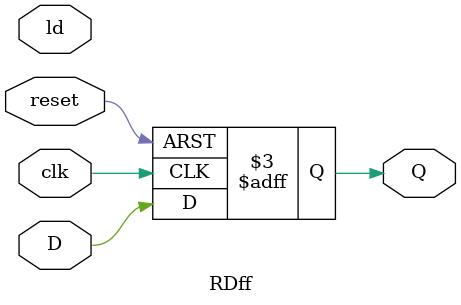
<source format=sv>
`timescale 1ns / 1ps


module RDff (
    input clk,
    input reset,
    input ld,
    input logic D,
    output logic Q
);



  always @(posedge clk, negedge reset) begin
    if (~reset) Q <= 1'b0;
    else Q <= D;
  end


endmodule


</source>
